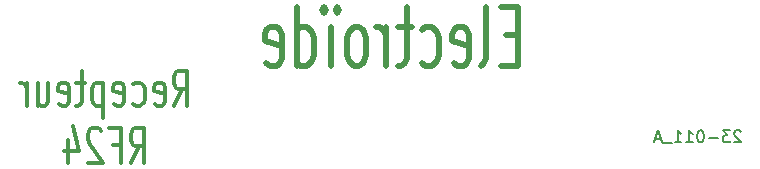
<source format=gbr>
%TF.GenerationSoftware,KiCad,Pcbnew,(6.0.11)*%
%TF.CreationDate,2023-08-09T20:09:53+02:00*%
%TF.ProjectId,Box_domotique_A,426f785f-646f-46d6-9f74-697175655f41,rev?*%
%TF.SameCoordinates,Original*%
%TF.FileFunction,Legend,Bot*%
%TF.FilePolarity,Positive*%
%FSLAX46Y46*%
G04 Gerber Fmt 4.6, Leading zero omitted, Abs format (unit mm)*
G04 Created by KiCad (PCBNEW (6.0.11)) date 2023-08-09 20:09:53*
%MOMM*%
%LPD*%
G01*
G04 APERTURE LIST*
%ADD10C,0.500000*%
%ADD11C,0.300000*%
%ADD12C,0.150000*%
G04 APERTURE END LIST*
D10*
X132283457Y-66470257D02*
X131283457Y-66470257D01*
X130854885Y-69089304D02*
X132283457Y-69089304D01*
X132283457Y-64089304D01*
X130854885Y-64089304D01*
X129140600Y-69089304D02*
X129426314Y-68851209D01*
X129569171Y-68375019D01*
X129569171Y-64089304D01*
X126854885Y-68851209D02*
X127140600Y-69089304D01*
X127712028Y-69089304D01*
X127997742Y-68851209D01*
X128140600Y-68375019D01*
X128140600Y-66470257D01*
X127997742Y-65994066D01*
X127712028Y-65755971D01*
X127140600Y-65755971D01*
X126854885Y-65994066D01*
X126712028Y-66470257D01*
X126712028Y-66946447D01*
X128140600Y-67422638D01*
X124140600Y-68851209D02*
X124426314Y-69089304D01*
X124997742Y-69089304D01*
X125283457Y-68851209D01*
X125426314Y-68613114D01*
X125569171Y-68136923D01*
X125569171Y-66708352D01*
X125426314Y-66232161D01*
X125283457Y-65994066D01*
X124997742Y-65755971D01*
X124426314Y-65755971D01*
X124140600Y-65994066D01*
X123283457Y-65755971D02*
X122140600Y-65755971D01*
X122854885Y-64089304D02*
X122854885Y-68375019D01*
X122712028Y-68851209D01*
X122426314Y-69089304D01*
X122140600Y-69089304D01*
X121140600Y-69089304D02*
X121140600Y-65755971D01*
X121140600Y-66708352D02*
X120997742Y-66232161D01*
X120854885Y-65994066D01*
X120569171Y-65755971D01*
X120283457Y-65755971D01*
X118854885Y-69089304D02*
X119140600Y-68851209D01*
X119283457Y-68613114D01*
X119426314Y-68136923D01*
X119426314Y-66708352D01*
X119283457Y-66232161D01*
X119140600Y-65994066D01*
X118854885Y-65755971D01*
X118426314Y-65755971D01*
X118140600Y-65994066D01*
X117997742Y-66232161D01*
X117854885Y-66708352D01*
X117854885Y-68136923D01*
X117997742Y-68613114D01*
X118140600Y-68851209D01*
X118426314Y-69089304D01*
X118854885Y-69089304D01*
X116997742Y-64089304D02*
X116854885Y-64327400D01*
X116997742Y-64565495D01*
X117140600Y-64327400D01*
X116997742Y-64089304D01*
X116997742Y-64565495D01*
X115854885Y-64089304D02*
X115712028Y-64327400D01*
X115854885Y-64565495D01*
X115997742Y-64327400D01*
X115854885Y-64089304D01*
X115854885Y-64565495D01*
X116426314Y-69089304D02*
X116426314Y-65755971D01*
X113569171Y-69089304D02*
X113569171Y-64089304D01*
X113569171Y-68851209D02*
X113854885Y-69089304D01*
X114426314Y-69089304D01*
X114712028Y-68851209D01*
X114854885Y-68613114D01*
X114997742Y-68136923D01*
X114997742Y-66708352D01*
X114854885Y-66232161D01*
X114712028Y-65994066D01*
X114426314Y-65755971D01*
X113854885Y-65755971D01*
X113569171Y-65994066D01*
X110997742Y-68851209D02*
X111283457Y-69089304D01*
X111854885Y-69089304D01*
X112140600Y-68851209D01*
X112283457Y-68375019D01*
X112283457Y-66470257D01*
X112140600Y-65994066D01*
X111854885Y-65755971D01*
X111283457Y-65755971D01*
X110997742Y-65994066D01*
X110854885Y-66470257D01*
X110854885Y-66946447D01*
X112283457Y-67422638D01*
D11*
X103167723Y-72475142D02*
X103834390Y-71046571D01*
X104310580Y-72475142D02*
X104310580Y-69475142D01*
X103548676Y-69475142D01*
X103358200Y-69618000D01*
X103262961Y-69760857D01*
X103167723Y-70046571D01*
X103167723Y-70475142D01*
X103262961Y-70760857D01*
X103358200Y-70903714D01*
X103548676Y-71046571D01*
X104310580Y-71046571D01*
X101548676Y-72332285D02*
X101739152Y-72475142D01*
X102120104Y-72475142D01*
X102310580Y-72332285D01*
X102405819Y-72046571D01*
X102405819Y-70903714D01*
X102310580Y-70618000D01*
X102120104Y-70475142D01*
X101739152Y-70475142D01*
X101548676Y-70618000D01*
X101453438Y-70903714D01*
X101453438Y-71189428D01*
X102405819Y-71475142D01*
X99739152Y-72332285D02*
X99929628Y-72475142D01*
X100310580Y-72475142D01*
X100501057Y-72332285D01*
X100596295Y-72189428D01*
X100691533Y-71903714D01*
X100691533Y-71046571D01*
X100596295Y-70760857D01*
X100501057Y-70618000D01*
X100310580Y-70475142D01*
X99929628Y-70475142D01*
X99739152Y-70618000D01*
X98120104Y-72332285D02*
X98310580Y-72475142D01*
X98691533Y-72475142D01*
X98882009Y-72332285D01*
X98977247Y-72046571D01*
X98977247Y-70903714D01*
X98882009Y-70618000D01*
X98691533Y-70475142D01*
X98310580Y-70475142D01*
X98120104Y-70618000D01*
X98024866Y-70903714D01*
X98024866Y-71189428D01*
X98977247Y-71475142D01*
X97167723Y-70475142D02*
X97167723Y-73475142D01*
X97167723Y-70618000D02*
X96977247Y-70475142D01*
X96596295Y-70475142D01*
X96405819Y-70618000D01*
X96310580Y-70760857D01*
X96215342Y-71046571D01*
X96215342Y-71903714D01*
X96310580Y-72189428D01*
X96405819Y-72332285D01*
X96596295Y-72475142D01*
X96977247Y-72475142D01*
X97167723Y-72332285D01*
X95643914Y-70475142D02*
X94882009Y-70475142D01*
X95358200Y-69475142D02*
X95358200Y-72046571D01*
X95262961Y-72332285D01*
X95072485Y-72475142D01*
X94882009Y-72475142D01*
X93453438Y-72332285D02*
X93643914Y-72475142D01*
X94024866Y-72475142D01*
X94215342Y-72332285D01*
X94310580Y-72046571D01*
X94310580Y-70903714D01*
X94215342Y-70618000D01*
X94024866Y-70475142D01*
X93643914Y-70475142D01*
X93453438Y-70618000D01*
X93358200Y-70903714D01*
X93358200Y-71189428D01*
X94310580Y-71475142D01*
X91643914Y-70475142D02*
X91643914Y-72475142D01*
X92501057Y-70475142D02*
X92501057Y-72046571D01*
X92405819Y-72332285D01*
X92215342Y-72475142D01*
X91929628Y-72475142D01*
X91739152Y-72332285D01*
X91643914Y-72189428D01*
X90691533Y-72475142D02*
X90691533Y-70475142D01*
X90691533Y-71046571D02*
X90596295Y-70760857D01*
X90501057Y-70618000D01*
X90310580Y-70475142D01*
X90120104Y-70475142D01*
X99501057Y-77305142D02*
X100167723Y-75876571D01*
X100643914Y-77305142D02*
X100643914Y-74305142D01*
X99882009Y-74305142D01*
X99691533Y-74448000D01*
X99596295Y-74590857D01*
X99501057Y-74876571D01*
X99501057Y-75305142D01*
X99596295Y-75590857D01*
X99691533Y-75733714D01*
X99882009Y-75876571D01*
X100643914Y-75876571D01*
X97977247Y-75733714D02*
X98643914Y-75733714D01*
X98643914Y-77305142D02*
X98643914Y-74305142D01*
X97691533Y-74305142D01*
X97024866Y-74590857D02*
X96929628Y-74448000D01*
X96739152Y-74305142D01*
X96262961Y-74305142D01*
X96072485Y-74448000D01*
X95977247Y-74590857D01*
X95882009Y-74876571D01*
X95882009Y-75162285D01*
X95977247Y-75590857D01*
X97120104Y-77305142D01*
X95882009Y-77305142D01*
X94167723Y-75305142D02*
X94167723Y-77305142D01*
X94643914Y-74162285D02*
X95120104Y-76305142D01*
X93882009Y-76305142D01*
D12*
X151167647Y-74630019D02*
X151120028Y-74582400D01*
X151024790Y-74534780D01*
X150786695Y-74534780D01*
X150691457Y-74582400D01*
X150643838Y-74630019D01*
X150596219Y-74725257D01*
X150596219Y-74820495D01*
X150643838Y-74963352D01*
X151215266Y-75534780D01*
X150596219Y-75534780D01*
X150262885Y-74534780D02*
X149643838Y-74534780D01*
X149977171Y-74915733D01*
X149834314Y-74915733D01*
X149739076Y-74963352D01*
X149691457Y-75010971D01*
X149643838Y-75106209D01*
X149643838Y-75344304D01*
X149691457Y-75439542D01*
X149739076Y-75487161D01*
X149834314Y-75534780D01*
X150120028Y-75534780D01*
X150215266Y-75487161D01*
X150262885Y-75439542D01*
X149215266Y-75153828D02*
X148453361Y-75153828D01*
X147786695Y-74534780D02*
X147691457Y-74534780D01*
X147596219Y-74582400D01*
X147548600Y-74630019D01*
X147500980Y-74725257D01*
X147453361Y-74915733D01*
X147453361Y-75153828D01*
X147500980Y-75344304D01*
X147548600Y-75439542D01*
X147596219Y-75487161D01*
X147691457Y-75534780D01*
X147786695Y-75534780D01*
X147881933Y-75487161D01*
X147929552Y-75439542D01*
X147977171Y-75344304D01*
X148024790Y-75153828D01*
X148024790Y-74915733D01*
X147977171Y-74725257D01*
X147929552Y-74630019D01*
X147881933Y-74582400D01*
X147786695Y-74534780D01*
X146500980Y-75534780D02*
X147072409Y-75534780D01*
X146786695Y-75534780D02*
X146786695Y-74534780D01*
X146881933Y-74677638D01*
X146977171Y-74772876D01*
X147072409Y-74820495D01*
X145548600Y-75534780D02*
X146120028Y-75534780D01*
X145834314Y-75534780D02*
X145834314Y-74534780D01*
X145929552Y-74677638D01*
X146024790Y-74772876D01*
X146120028Y-74820495D01*
X145358123Y-75630019D02*
X144596219Y-75630019D01*
X144405742Y-75249066D02*
X143929552Y-75249066D01*
X144500980Y-75534780D02*
X144167647Y-74534780D01*
X143834314Y-75534780D01*
M02*

</source>
